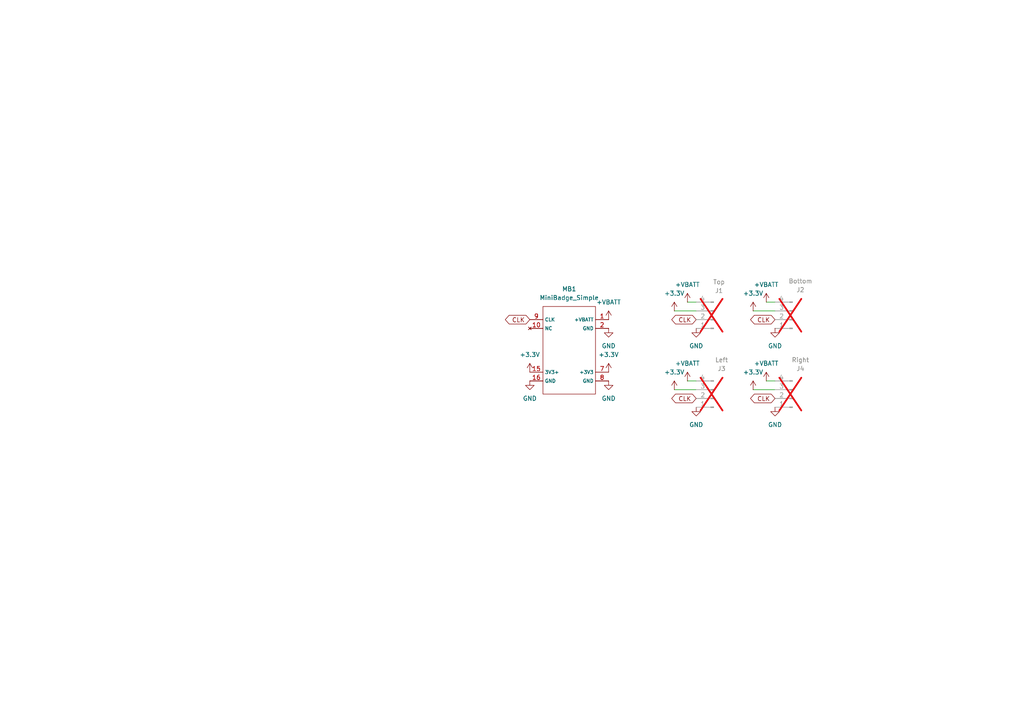
<source format=kicad_sch>
(kicad_sch (version 20250114) (generator "eeschema") (generator_version "9.0")
  (paper "A4")
  (lib_symbols
    (symbol "Connector:Conn_01x04_Pin" (pin_names (offset 1.016) (hide yes))
      (property "Reference" "J" (at 0 5.08 0))
      (property "Value" "Conn_01x04_Pin" (at 0 -7.62 0))
      (symbol "Conn_01x04_Pin_1_1"
        (rectangle (start 0.8636 2.667) (end 0 2.413) (stroke (width 0.1524)) (fill (type outline)))
        (rectangle (start 0.8636 0.127) (end 0 -0.127) (stroke (width 0.1524)) (fill (type outline)))
        (rectangle (start 0.8636 -2.413) (end 0 -2.667) (stroke (width 0.1524)) (fill (type outline)))
        (rectangle (start 0.8636 -4.953) (end 0 -5.207) (stroke (width 0.1524)) (fill (type outline)))
        (polyline (pts (xy 1.27 2.54) (xy 0.8636 2.54)) (stroke (width 0.1524)))
        (polyline (pts (xy 1.27 0) (xy 0.8636 0)) (stroke (width 0.1524)))
        (polyline (pts (xy 1.27 -2.54) (xy 0.8636 -2.54)) (stroke (width 0.1524)))
        (polyline (pts (xy 1.27 -5.08) (xy 0.8636 -5.08)) (stroke (width 0.1524)))
        (pin passive line (at 5.08 2.54 180) (length 3.81) (name "Pin_1") (number "1"))
        (pin passive line (at 5.08 0 180) (length 3.81) (name "Pin_2") (number "2"))
        (pin passive line (at 5.08 -2.54 180) (length 3.81) (name "Pin_3") (number "3"))
        (pin passive line (at 5.08 -5.08 180) (length 3.81) (name "Pin_4") (number "4"))
      )
    )
    (symbol "MiniBadge:MiniBadge_Simple"
      (property "Reference" "MB" (at 8.89 0 0))
      (property "Value" "MiniBadge_Simple" (at -10.16 0 0))
      (symbol "MiniBadge_Simple_0_1"
        (rectangle (start -12.7 7.62) (end 12.7 -7.62))
      )
      (symbol "MiniBadge_Simple_1_1"
        (pin power_out line (at -8.89 11.43 270) (length 3.81) (name "+VBATT") (number "1"))
        (pin output line (at -8.89 -11.43 90) (length 3.81) (name "CLK") (number "9"))
        (pin power_out line (at -6.35 11.43 270) (length 3.81) (name "GND") (number "2"))
        (pin no_connect line (at -6.35 -11.43 90) (length 3.81) (name "NC") (number "10"))
        (pin power_out line (at 6.35 11.43 270) (length 3.81) (name "+3V3") (number "7"))
        (pin power_out line (at 6.35 -11.43 90) (length 3.81) (name "3V3+") (number "15"))
        (pin power_out line (at 8.89 11.43 270) (length 3.81) (name "GND") (number "8"))
        (pin power_out line (at 8.89 -11.43 90) (length 3.81) (name "GND") (number "16"))
      )
    )
    (symbol "power:+3.3V" (power) (pin_numbers (hide yes)) (pin_names (offset 0) (hide yes))
      (property "Value" "+3.3V" (at 0 3.556 0))
      (symbol "+3.3V_0_1"
        (polyline (pts (xy -0.762 1.27) (xy 0 2.54)))
        (polyline (pts (xy 0 2.54) (xy 0.762 1.27)))
        (polyline (pts (xy 0 0) (xy 0 2.54)))
      )
      (symbol "+3.3V_1_1"
        (pin power_in line (at 0 0 90) (length 0) (name "~") (number "1"))
      )
    )
    (symbol "power:GND" (power) (pin_numbers (hide yes)) (pin_names (offset 0) (hide yes))
      (property "Value" "GND" (at 0 -3.81 0))
      (symbol "GND_0_1"
        (polyline (pts (xy 0 0) (xy 0 -1.27) (xy 1.27 -1.27) (xy 0 -2.54) (xy -1.27 -1.27) (xy 0 -1.27)))
      )
      (symbol "GND_1_1"
        (pin power_in line (at 0 0 270) (length 0) (name "~") (number "1"))
      )
    )
    (symbol "power:VBUS" (power) (pin_numbers (hide yes)) (pin_names (offset 0) (hide yes))
      (property "Value" "VBUS" (at 0 3.556 0))
      (symbol "VBUS_0_1"
        (polyline (pts (xy -0.762 1.27) (xy 0 2.54)))
        (polyline (pts (xy 0 2.54) (xy 0.762 1.27)))
        (polyline (pts (xy 0 0) (xy 0 2.54)))
      )
      (symbol "VBUS_1_1"
        (pin power_in line (at 0 0 90) (length 0) (name "~") (number "1"))
      )
    )
  )
  (wire (pts (xy 222.25 110.49) (xy 224.79 110.49)))
  (wire (pts (xy 218.44 113.03) (xy 224.79 113.03)))
  (wire (pts (xy 222.25 87.63) (xy 224.79 87.63)))
  (wire (pts (xy 199.39 110.49) (xy 201.93 110.49)))
  (wire (pts (xy 199.39 87.63) (xy 201.93 87.63)))
  (wire (pts (xy 195.58 113.03) (xy 201.93 113.03)))
  (wire (pts (xy 218.44 90.17) (xy 224.79 90.17)))
  (wire (pts (xy 195.58 90.17) (xy 201.93 90.17)))
  (global_label "CLK" (shape bidirectional) (at 201.93 92.71 180) (property "Intersheetrefs" "${INTERSHEET_REFS}" (effects (hide yes))))
  (global_label "CLK" (shape bidirectional) (at 224.79 115.57 180) (property "Intersheetrefs" "${INTERSHEET_REFS}" (effects (hide yes))))
  (global_label "CLK" (shape bidirectional) (at 153.67 92.71 180) (property "Intersheetrefs" "${INTERSHEET_REFS}" (effects (hide yes))))
  (global_label "CLK" (shape bidirectional) (at 224.79 92.71 180) (property "Intersheetrefs" "${INTERSHEET_REFS}" (effects (hide yes))))
  (global_label "CLK" (shape bidirectional) (at 201.93 115.57 180) (property "Intersheetrefs" "${INTERSHEET_REFS}" (effects (hide yes))))
  (symbol (lib_id "power:VBUS") (at 222.25 110.49 0) (unit 1)
    (property "Reference" "#PWR016" (effects (hide yes)))
    (property "Value" "+VBATT" (at 222.25 105.41 0))
    (property "Description" "Power symbol creates a global label with name \"VBUS\"" (effects (hide yes)))
  )
  (symbol (lib_id "power:GND") (at 224.79 95.25 0) (unit 1)
    (property "Reference" "#PWR012" (effects (hide yes)))
    (property "Value" "GND" (at 224.79 100.33 0))
    (property "Description" "Power symbol creates a global label with name \"GND\" , ground" (effects (hide yes)))
  )
  (symbol (lib_id "power:GND") (at 201.93 118.11 0) (unit 1)
    (property "Reference" "#PWR015" (effects (hide yes)))
    (property "Value" "GND" (at 201.93 123.19 0))
    (property "Description" "Power symbol creates a global label with name \"GND\" , ground" (effects (hide yes)))
  )
  (symbol (lib_id "power:+3.3V") (at 218.44 90.17 0) (unit 1)
    (property "Reference" "#PWR011" (effects (hide yes)))
    (property "Value" "+3.3V" (at 218.44 85.09 0))
    (property "Description" "Power symbol creates a global label with name \"+3.3V\"" (effects (hide yes)))
  )
  (symbol (lib_id "power:GND") (at 176.53 110.49 0) (unit 1)
    (property "Reference" "#PWR08" (effects (hide yes)))
    (property "Value" "GND" (at 176.53 115.57 0))
    (property "Description" "Power symbol creates a global label with name \"GND\" , ground" (effects (hide yes)))
  )
  (symbol (lib_id "power:VBUS") (at 176.53 92.71 0) (unit 1)
    (property "Reference" "#PWR01" (effects (hide yes)))
    (property "Value" "+VBATT" (at 176.53 87.63 0))
    (property "Description" "Power symbol creates a global label with name \"VBUS\"" (effects (hide yes)))
  )
  (symbol (lib_id "power:+3.3V") (at 218.44 113.03 0) (unit 1)
    (property "Reference" "#PWR017" (effects (hide yes)))
    (property "Value" "+3.3V" (at 218.44 107.95 0))
    (property "Description" "Power symbol creates a global label with name \"+3.3V\"" (effects (hide yes)))
  )
  (symbol (lib_id "power:GND") (at 224.79 118.11 0) (unit 1)
    (property "Reference" "#PWR018" (effects (hide yes)))
    (property "Value" "GND" (at 224.79 123.19 0))
    (property "Description" "Power symbol creates a global label with name \"GND\" , ground" (effects (hide yes)))
  )
  (symbol (lib_id "power:GND") (at 153.67 110.49 0) (unit 1)
    (property "Reference" "#PWR07" (effects (hide yes)))
    (property "Value" "GND" (at 153.67 115.57 0))
    (property "Description" "Power symbol creates a global label with name \"GND\" , ground" (effects (hide yes)))
  )
  (symbol (lib_id "power:VBUS") (at 222.25 87.63 0) (unit 1)
    (property "Reference" "#PWR010" (effects (hide yes)))
    (property "Value" "+VBATT" (at 222.25 82.55 0))
    (property "Description" "Power symbol creates a global label with name \"VBUS\"" (effects (hide yes)))
  )
  (symbol (lib_id "power:VBUS") (at 199.39 110.49 0) (unit 1)
    (property "Reference" "#PWR013" (effects (hide yes)))
    (property "Value" "+VBATT" (at 199.39 105.41 0))
    (property "Description" "Power symbol creates a global label with name \"VBUS\"" (effects (hide yes)))
  )
  (symbol (lib_id "power:+3.3V") (at 176.53 107.95 0) (unit 1)
    (property "Reference" "#PWR05" (effects (hide yes)))
    (property "Value" "+3.3V" (at 176.53 102.87 0))
    (property "Description" "Power symbol creates a global label with name \"+3.3V\"" (effects (hide yes)))
  )
  (symbol (lib_id "power:+3.3V") (at 195.58 90.17 0) (unit 1)
    (property "Reference" "#PWR06" (effects (hide yes)))
    (property "Value" "+3.3V" (at 195.58 85.09 0))
    (property "Description" "Power symbol creates a global label with name \"+3.3V\"" (effects (hide yes)))
  )
  (symbol (lib_id "power:GND") (at 176.53 95.25 0) (unit 1)
    (property "Reference" "#PWR02" (effects (hide yes)))
    (property "Value" "GND" (at 176.53 100.33 0))
    (property "Description" "Power symbol creates a global label with name \"GND\" , ground" (effects (hide yes)))
  )
  (symbol (lib_id "Connector:Conn_01x04_Pin") (at 229.87 92.71 180) (unit 1) (in_bom no) (on_board no) (dnp yes)
    (property "Reference" "J2" (at 232.156 84.074 0))
    (property "Value" "Bottom" (at 232.156 81.534 0))
    (property "Footprint" "Connector_PinSocket_2.54mm:PinSocket_1x04_P2.54mm_Vertical" (effects (hide yes)))
    (property "Description" "Generic connector, single row, 01x04, script generated" (effects (hide yes)))
  )
  (symbol (lib_id "power:+3.3V") (at 153.67 107.95 0) (unit 1)
    (property "Reference" "#PWR04" (effects (hide yes)))
    (property "Value" "+3.3V" (at 153.67 102.87 0))
    (property "Description" "Power symbol creates a global label with name \"+3.3V\"" (effects (hide yes)))
  )
  (symbol (lib_id "power:GND") (at 201.93 95.25 0) (unit 1)
    (property "Reference" "#PWR09" (effects (hide yes)))
    (property "Value" "GND" (at 201.93 100.33 0))
    (property "Description" "Power symbol creates a global label with name \"GND\" , ground" (effects (hide yes)))
  )
  (symbol (lib_id "power:+3.3V") (at 195.58 113.03 0) (unit 1)
    (property "Reference" "#PWR014" (effects (hide yes)))
    (property "Value" "+3.3V" (at 195.58 107.95 0))
    (property "Description" "Power symbol creates a global label with name \"+3.3V\"" (effects (hide yes)))
  )
  (symbol (lib_id "Connector:Conn_01x04_Pin") (at 229.87 115.57 180) (unit 1) (in_bom no) (on_board no) (dnp yes)
    (property "Reference" "J4" (at 232.156 106.934 0))
    (property "Value" "Right" (at 232.156 104.394 0))
    (property "Footprint" "Connector_PinSocket_2.54mm:PinSocket_1x04_P2.54mm_Vertical" (effects (hide yes)))
    (property "Description" "Generic connector, single row, 01x04, script generated" (effects (hide yes)))
  )
  (symbol (lib_id "Connector:Conn_01x04_Pin") (at 207.01 115.57 180) (unit 1) (in_bom no) (on_board no) (dnp yes)
    (property "Reference" "J3" (at 209.296 106.934 0))
    (property "Value" "Left" (at 209.296 104.394 0))
    (property "Footprint" "Connector_PinSocket_2.54mm:PinSocket_1x04_P2.54mm_Vertical" (effects (hide yes)))
    (property "Description" "Generic connector, single row, 01x04, script generated" (effects (hide yes)))
  )
  (symbol (lib_id "Connector:Conn_01x04_Pin") (at 207.01 92.71 180) (unit 1) (in_bom no) (on_board no) (dnp yes)
    (property "Reference" "J1" (at 208.534 84.328 0))
    (property "Value" "Top" (at 208.534 81.788 0))
    (property "Footprint" "Connector_PinSocket_2.54mm:PinSocket_1x04_P2.54mm_Vertical" (effects (hide yes)))
    (property "Description" "Generic connector, single row, 01x04, script generated" (effects (hide yes)))
  )
  (symbol (lib_id "power:VBUS") (at 199.39 87.63 0) (unit 1)
    (property "Reference" "#PWR03" (effects (hide yes)))
    (property "Value" "+VBATT" (at 199.39 82.55 0))
    (property "Description" "Power symbol creates a global label with name \"VBUS\"" (effects (hide yes)))
  )
  (symbol (lib_id "MiniBadge:MiniBadge_Simple") (at 165.1 101.6 270) (unit 1)
    (property "Reference" "MB1" (at 165.1 83.82 90))
    (property "Value" "MiniBadge_Simple" (at 165.1 86.36 90))
    (property "Footprint" "MiniBadge:MiniBadge_Slot_Reflective" (effects (hide yes)))
  )
)
</source>
